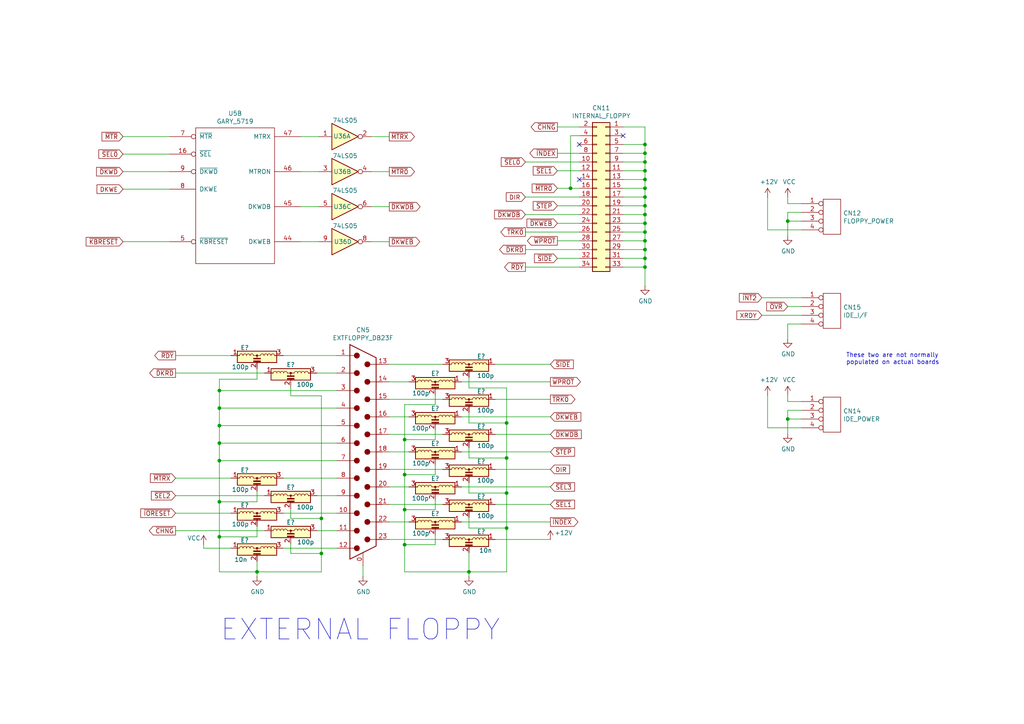
<source format=kicad_sch>
(kicad_sch (version 20250114) (generator "eeschema") (generator_version "9.0")
  (paper "A4")
  (title_block (title "Rämixx500") (date "2019-06-23") (rev "1") (company "SukkoPera") (comment 1 "FLOPPY STUFF") (comment 4 "Licensed under CC BY-NC-SA 4.0"))
  (lib_symbols
    (symbol "74xx:74LS05" (pin_names (offset 1.016))
      (property "Reference" "U" (at 0 1.27 0))
      (property "Value" "74LS05" (at 0 -1.27 0))
      (symbol "74LS05_1_0"
        (pin input line (at -7.62 0 0) (length 3.81) (name "~") (number "1"))
        (pin open_collector inverted (at 7.62 0 180) (length 3.81) (name "~") (number "2"))
      )
      (symbol "74LS05_2_0"
        (pin input line (at -7.62 0 0) (length 3.81) (name "~") (number "3"))
        (pin open_collector inverted (at 7.62 0 180) (length 3.81) (name "~") (number "4"))
      )
      (symbol "74LS05_3_0"
        (pin input line (at -7.62 0 0) (length 3.81) (name "~") (number "5"))
        (pin open_collector inverted (at 7.62 0 180) (length 3.81) (name "~") (number "6"))
      )
      (symbol "74LS05_4_0"
        (pin input line (at -7.62 0 0) (length 3.81) (name "~") (number "9"))
        (pin open_collector inverted (at 7.62 0 180) (length 3.81) (name "~") (number "8"))
      )
      (symbol "74LS05_5_0"
        (pin input line (at -7.62 0 0) (length 3.81) (name "~") (number "11"))
        (pin open_collector inverted (at 7.62 0 180) (length 3.81) (name "~") (number "10"))
      )
      (symbol "74LS05_6_0"
        (pin input line (at -7.62 0 0) (length 3.81) (name "~") (number "13"))
        (pin open_collector inverted (at 7.62 0 180) (length 3.81) (name "~") (number "12"))
      )
      (symbol "74LS05_7_0"
        (pin power_in line (at 0 12.7 270) (length 5.08) (name "VCC") (number "14"))
        (pin power_in line (at 0 -12.7 90) (length 5.08) (name "GND") (number "7"))
      )
    )
    (symbol "Connector_Generic:Conn_02x17_Odd_Even" (pin_names (offset 1.016) (hide yes))
      (property "Reference" "J" (at 1.27 22.86 0))
      (property "Value" "Conn_02x17_Odd_Even" (at 1.27 -22.86 0))
      (symbol "Conn_02x17_Odd_Even_1_1"
        (pin passive line (at -5.08 20.32 0) (length 3.81) (name "Pin_1") (number "1"))
        (pin passive line (at -5.08 17.78 0) (length 3.81) (name "Pin_3") (number "3"))
        (pin passive line (at -5.08 15.24 0) (length 3.81) (name "Pin_5") (number "5"))
        (pin passive line (at -5.08 12.7 0) (length 3.81) (name "Pin_7") (number "7"))
        (pin passive line (at -5.08 10.16 0) (length 3.81) (name "Pin_9") (number "9"))
        (pin passive line (at -5.08 7.62 0) (length 3.81) (name "Pin_11") (number "11"))
        (pin passive line (at -5.08 5.08 0) (length 3.81) (name "Pin_13") (number "13"))
        (pin passive line (at -5.08 2.54 0) (length 3.81) (name "Pin_15") (number "15"))
        (pin passive line (at -5.08 0 0) (length 3.81) (name "Pin_17") (number "17"))
        (pin passive line (at -5.08 -2.54 0) (length 3.81) (name "Pin_19") (number "19"))
        (pin passive line (at -5.08 -5.08 0) (length 3.81) (name "Pin_21") (number "21"))
        (pin passive line (at -5.08 -7.62 0) (length 3.81) (name "Pin_23") (number "23"))
        (pin passive line (at -5.08 -10.16 0) (length 3.81) (name "Pin_25") (number "25"))
        (pin passive line (at -5.08 -12.7 0) (length 3.81) (name "Pin_27") (number "27"))
        (pin passive line (at -5.08 -15.24 0) (length 3.81) (name "Pin_29") (number "29"))
        (pin passive line (at -5.08 -17.78 0) (length 3.81) (name "Pin_31") (number "31"))
        (pin passive line (at -5.08 -20.32 0) (length 3.81) (name "Pin_33") (number "33"))
        (pin passive line (at 7.62 20.32 180) (length 3.81) (name "Pin_2") (number "2"))
        (pin passive line (at 7.62 17.78 180) (length 3.81) (name "Pin_4") (number "4"))
        (pin passive line (at 7.62 15.24 180) (length 3.81) (name "Pin_6") (number "6"))
        (pin passive line (at 7.62 12.7 180) (length 3.81) (name "Pin_8") (number "8"))
        (pin passive line (at 7.62 10.16 180) (length 3.81) (name "Pin_10") (number "10"))
        (pin passive line (at 7.62 7.62 180) (length 3.81) (name "Pin_12") (number "12"))
        (pin passive line (at 7.62 5.08 180) (length 3.81) (name "Pin_14") (number "14"))
        (pin passive line (at 7.62 2.54 180) (length 3.81) (name "Pin_16") (number "16"))
        (pin passive line (at 7.62 0 180) (length 3.81) (name "Pin_18") (number "18"))
        (pin passive line (at 7.62 -2.54 180) (length 3.81) (name "Pin_20") (number "20"))
        (pin passive line (at 7.62 -5.08 180) (length 3.81) (name "Pin_22") (number "22"))
        (pin passive line (at 7.62 -7.62 180) (length 3.81) (name "Pin_24") (number "24"))
        (pin passive line (at 7.62 -10.16 180) (length 3.81) (name "Pin_26") (number "26"))
        (pin passive line (at 7.62 -12.7 180) (length 3.81) (name "Pin_28") (number "28"))
        (pin passive line (at 7.62 -15.24 180) (length 3.81) (name "Pin_30") (number "30"))
        (pin passive line (at 7.62 -17.78 180) (length 3.81) (name "Pin_32") (number "32"))
        (pin passive line (at 7.62 -20.32 180) (length 3.81) (name "Pin_34") (number "34"))
      )
    )
    (symbol "GARY:GARY_5719" (pin_names (offset 1.016))
      (property "Reference" "U" (at 0 0 0))
      (property "Value" "GARY_5719" (at 0 2.54 0))
      (symbol "GARY_5719_1_1"
        (pin output inverted (at -33.02 35.56 0) (length 7.62) (name "~{OEB}") (number "4"))
        (pin output inverted (at -33.02 33.02 0) (length 7.62) (name "~{OEL}") (number "3"))
        (pin output inverted (at -33.02 30.48 0) (length 7.62) (name "~{LATCH}") (number "25"))
        (pin input line (at -33.02 24.13 0) (length 7.62) (name "A23") (number "39"))
        (pin input line (at -33.02 21.59 0) (length 7.62) (name "A22") (number "38"))
        (pin input line (at -33.02 19.05 0) (length 7.62) (name "A21") (number "37"))
        (pin input line (at -33.02 16.51 0) (length 7.62) (name "A20") (number "36"))
        (pin input line (at -33.02 13.97 0) (length 7.62) (name "A19") (number "35"))
        (pin input line (at -33.02 11.43 0) (length 7.62) (name "A18") (number "34"))
        (pin input line (at -33.02 8.89 0) (length 7.62) (name "A17") (number "33"))
        (pin input inverted (at -33.02 2.54 0) (length 7.62) (name "~{VPA}") (number "2"))
        (pin input inverted (at -33.02 -3.81 0) (length 7.62) (name "~{LDS}") (number "10"))
        (pin input inverted (at -33.02 -6.35 0) (length 7.62) (name "~{UDS}") (number "11"))
        (pin input line (at -33.02 -8.89 0) (length 7.62) (name "R/~{W}") (number "12"))
        (pin input inverted (at -33.02 -11.43 0) (length 7.62) (name "~{AS}") (number "13"))
        (pin input inverted (at -33.02 -19.05 0) (length 7.62) (name "~{DTACK}") (number "43"))
        (pin input line (at -33.02 -25.4 0) (length 7.62) (name "~{BGACK}") (number "14"))
        (pin input inverted (at -33.02 -33.02 0) (length 7.62) (name "~{HLT}") (number "42"))
        (pin input inverted (at -33.02 -35.56 0) (length 7.62) (name "~{RST}") (number "41"))
        (pin output inverted (at -15.24 -45.72 90) (length 7.62) (name "~{RAMEN}") (number "20"))
        (pin output inverted (at -12.7 -45.72 90) (length 7.62) (name "~{REGEN}") (number "18"))
        (pin output inverted (at -5.08 -45.72 90) (length 7.62) (name "~{BLISS}") (number "19"))
        (pin input line (at -2.54 -45.72 90) (length 7.62) (name "~{BLIT}") (number "15"))
        (pin input line (at 5.08 -45.72 90) (length 7.62) (name "CCK") (number "28"))
        (pin input line (at 10.16 -45.72 90) (length 7.62) (name "CCKQ") (number "27"))
        (pin input inverted (at 15.24 -45.72 90) (length 7.62) (name "~{CDAC}") (number "26"))
        (pin input inverted (at 33.02 27.94 180) (length 7.62) (name "~{EXRAM}") (number "32"))
        (pin input line (at 33.02 19.05 180) (length 7.62) (name "OVL") (number "30"))
        (pin input inverted (at 33.02 8.89 180) (length 7.62) (name "~{OVR}") (number "29"))
        (pin input line (at 33.02 2.54 180) (length 7.62) (name "XRDY") (number "31"))
        (pin output inverted (at 33.02 -8.89 180) (length 7.62) (name "~{ROMEN}") (number "21"))
        (pin output inverted (at 33.02 -21.59 180) (length 7.62) (name "~{CLKRD}") (number "22"))
        (pin output inverted (at 33.02 -25.4 180) (length 7.62) (name "~{CLKWR}") (number "23"))
      )
      (symbol "GARY_5719_2_1"
        (pin input inverted (at -19.05 7.62 0) (length 7.62) (name "~{MTR}") (number "7"))
        (pin input inverted (at -19.05 2.54 0) (length 7.62) (name "~{SEL}") (number "16"))
        (pin input inverted (at -19.05 -2.54 0) (length 7.62) (name "~{DKWD}") (number "9"))
        (pin input line (at -19.05 -7.62 0) (length 7.62) (name "DKWE") (number "8"))
        (pin input inverted (at -19.05 -22.86 0) (length 7.62) (name "~{KBRESET}") (number "5"))
        (pin output line (at 19.05 7.62 180) (length 7.62) (name "MTRX") (number "47"))
        (pin output line (at 19.05 -2.54 180) (length 7.62) (name "MTRON") (number "46"))
        (pin output line (at 19.05 -12.7 180) (length 7.62) (name "DKWDB") (number "45"))
        (pin output line (at 19.05 -22.86 180) (length 7.62) (name "DKWEB") (number "44"))
      )
      (symbol "GARY_5719_3_1"
        (pin power_in line (at -3.81 11.43 270) (length 5.08) (name "VCC") (number "6"))
        (pin power_in line (at -3.81 -10.16 90) (length 5.08) (name "GND") (number "1"))
        (pin power_in line (at 0 11.43 270) (length 5.08) (name "VCC") (number "17"))
        (pin power_in line (at 0 -10.16 90) (length 5.08) (name "GND") (number "24"))
        (pin power_in line (at 3.81 11.43 270) (length 5.08) (name "VCC") (number "48"))
        (pin power_in line (at 3.81 -10.16 90) (length 5.08) (name "GND") (number "40"))
      )
    )
    (symbol "conn:CONN_4" (pin_names (offset 1.016) (hide yes))
      (property "Reference" "P" (at -1.27 0 90))
      (property "Value" "conn_CONN_4" (at 1.27 0 90))
      (symbol "CONN_4_1_1"
        (pin passive inverted (at -8.89 3.81 0) (length 6.35) (name "P1") (number "1"))
        (pin passive inverted (at -8.89 1.27 0) (length 6.35) (name "P2") (number "2"))
        (pin passive inverted (at -8.89 -1.27 0) (length 6.35) (name "P3") (number "3"))
        (pin passive inverted (at -8.89 -3.81 0) (length 6.35) (name "P4") (number "4"))
      )
    )
    (symbol "db23_mountingholes_2sides:DB23_MountingHoles_2sides" (pin_names (offset 1.016) (hide yes))
      (property "Reference" "J" (at 0 40.64 0))
      (property "Value" "DB23_MountingHoles_2sides" (at 0 38.1 0))
      (symbol "DB23_MountingHoles_2sides_1_1"
        (pin passive line (at -7.62 25.4 0) (length 3.81) (name "12") (number "12"))
        (pin passive line (at -7.62 20.32 0) (length 3.81) (name "11") (number "11"))
        (pin passive line (at -7.62 15.24 0) (length 3.81) (name "10") (number "10"))
        (pin passive line (at -7.62 10.16 0) (length 3.81) (name "9") (number "9"))
        (pin passive line (at -7.62 5.08 0) (length 3.81) (name "8") (number "8"))
        (pin passive line (at -7.62 0 0) (length 3.81) (name "7") (number "7"))
        (pin passive line (at -7.62 -5.08 0) (length 3.81) (name "6") (number "6"))
        (pin passive line (at -7.62 -10.16 0) (length 3.81) (name "5") (number "5"))
        (pin passive line (at -7.62 -15.24 0) (length 3.81) (name "4") (number "4"))
        (pin passive line (at -7.62 -20.32 0) (length 3.81) (name "3") (number "3"))
        (pin passive line (at -7.62 -25.4 0) (length 3.81) (name "2") (number "2"))
        (pin passive line (at -7.62 -30.48 0) (length 3.81) (name "1") (number "1"))
        (pin passive line (at 0 30.48 270) (length 3.81) (name "PAD") (number "0"))
        (pin passive line (at 7.62 22.86 180) (length 3.81) (name "P23") (number "23"))
        (pin passive line (at 7.62 17.78 180) (length 3.81) (name "P22") (number "22"))
        (pin passive line (at 7.62 12.7 180) (length 3.81) (name "P21") (number "21"))
        (pin passive line (at 7.62 7.62 180) (length 3.81) (name "P20") (number "20"))
        (pin passive line (at 7.62 2.54 180) (length 3.81) (name "P19") (number "19"))
        (pin passive line (at 7.62 -2.54 180) (length 3.81) (name "P18") (number "18"))
        (pin passive line (at 7.62 -7.62 180) (length 3.81) (name "P17") (number "17"))
        (pin passive line (at 7.62 -12.7 180) (length 3.81) (name "P16") (number "16"))
        (pin passive line (at 7.62 -17.78 180) (length 3.81) (name "P15") (number "15"))
        (pin passive line (at 7.62 -22.86 180) (length 3.81) (name "P14") (number "14"))
        (pin passive line (at 7.62 -27.94 180) (length 3.81) (name "P13") (number "13"))
      )
    )
    (symbol "emi_filter_lcl_small:EMI_Filter_LCL" (pin_names (offset 0.254) (hide yes))
      (property "Reference" "FL" (at 0 6.985 0))
      (property "Value" "EMI_Filter_LCL" (at 0 5.08 0))
      (symbol "EMI_Filter_LCL_1_1"
        (pin passive line (at -7.62 2.54 0) (length 2.54) (name "1") (number "1"))
        (pin passive line (at 0 -1.27 90) (length 1.8034) (name "2") (number "2"))
        (pin passive line (at 7.62 2.54 180) (length 2.54) (name "3") (number "3"))
      )
    )
    (symbol "power:+12V" (power) (pin_numbers (hide yes)) (pin_names (offset 0) (hide yes))
      (property "Value" "+12V" (at 0 3.556 0))
      (symbol "+12V_1_1"
        (pin power_in line (at 0 0 90) (length 0) (name "~") (number "1"))
      )
    )
    (symbol "power:GND" (power) (pin_numbers (hide yes)) (pin_names (offset 0) (hide yes))
      (property "Value" "GND" (at 0 -3.81 0))
      (symbol "GND_1_1"
        (pin power_in line (at 0 0 270) (length 0) (name "~") (number "1"))
      )
    )
    (symbol "power:VCC" (power) (pin_numbers (hide yes)) (pin_names (offset 0) (hide yes))
      (property "Value" "VCC" (at 0 3.556 0))
      (symbol "VCC_1_1"
        (pin power_in line (at 0 0 90) (length 0) (name "~") (number "1"))
      )
    )
  )
  (text "These two are not normally\npopulated on actual boards" (at 245.364 105.918 0) (effects (font (size 1.27 1.27)) (justify left bottom)))
  (text "EXTERNAL FLOPPY" (at 63.754 186.309 0) (effects (font (size 5.9944 5.9944)) (justify left bottom)))
  (junction (at 63.627 128.524))
  (junction (at 187.071 44.45))
  (junction (at 63.627 123.444))
  (junction (at 146.939 132.842))
  (junction (at 187.071 67.31))
  (junction (at 187.071 59.69))
  (junction (at 228.473 64.135))
  (junction (at 63.627 145.542))
  (junction (at 187.071 52.07))
  (junction (at 63.627 155.702))
  (junction (at 187.071 72.39))
  (junction (at 187.071 57.15))
  (junction (at 136.017 165.862))
  (junction (at 63.627 133.604))
  (junction (at 187.071 69.85))
  (junction (at 187.071 49.53))
  (junction (at 146.939 153.162))
  (junction (at 146.939 122.682))
  (junction (at 165.481 54.61))
  (junction (at 63.627 113.284))
  (junction (at 117.348 147.828))
  (junction (at 146.939 143.002))
  (junction (at 187.071 77.47))
  (junction (at 74.549 165.862))
  (junction (at 63.627 118.364))
  (junction (at 187.071 62.23))
  (junction (at 117.348 127.508))
  (junction (at 93.218 160.528))
  (junction (at 117.348 157.988))
  (junction (at 228.473 121.539))
  (junction (at 187.071 54.61))
  (junction (at 187.071 74.93))
  (junction (at 93.218 150.368))
  (junction (at 187.071 46.99))
  (junction (at 117.348 137.668))
  (junction (at 187.071 64.77))
  (junction (at 187.071 41.91))
  (no_connect (at 180.721 39.37))
  (no_connect (at 168.021 41.91))
  (no_connect (at 168.021 52.07))
  (wire (pts (xy 126.238 145.034) (xy 126.238 147.828)))
  (wire (pts (xy 93.218 160.528) (xy 93.218 165.862)))
  (wire (pts (xy 112.903 49.784) (xy 107.696 49.784)))
  (wire (pts (xy 117.348 127.508) (xy 117.348 137.668)))
  (wire (pts (xy 112.903 110.744) (xy 118.618 110.744)))
  (wire (pts (xy 63.627 123.444) (xy 63.627 128.524)))
  (wire (pts (xy 84.328 112.014) (xy 84.328 114.808)))
  (wire (pts (xy 187.071 77.47) (xy 187.071 82.931)))
  (wire (pts (xy 97.663 133.604) (xy 63.627 133.604)))
  (wire (pts (xy 136.017 165.862) (xy 136.017 167.259)))
  (wire (pts (xy 84.328 150.368) (xy 93.218 150.368)))
  (wire (pts (xy 232.41 88.9) (xy 228.473 88.9)))
  (wire (pts (xy 91.948 143.764) (xy 97.663 143.764)))
  (wire (pts (xy 84.328 157.734) (xy 84.328 160.528)))
  (wire (pts (xy 63.627 109.982) (xy 63.627 113.284)))
  (wire (pts (xy 168.021 59.69) (xy 161.671 59.69)))
  (wire (pts (xy 112.903 70.104) (xy 107.696 70.104)))
  (wire (pts (xy 74.549 165.862) (xy 74.549 167.259)))
  (wire (pts (xy 180.721 59.69) (xy 187.071 59.69)))
  (wire (pts (xy 159.639 110.744) (xy 133.858 110.744)))
  (wire (pts (xy 168.021 54.61) (xy 165.481 54.61)))
  (wire (pts (xy 112.903 131.064) (xy 118.618 131.064)))
  (wire (pts (xy 84.328 114.808) (xy 93.218 114.808)))
  (wire (pts (xy 165.481 39.37) (xy 165.481 54.61)))
  (wire (pts (xy 117.348 157.988) (xy 117.348 165.862)))
  (wire (pts (xy 222.631 114.554) (xy 222.631 124.079)))
  (wire (pts (xy 168.021 57.15) (xy 152.4 57.15)))
  (wire (pts (xy 168.021 44.45) (xy 161.671 44.45)))
  (wire (pts (xy 180.721 64.77) (xy 187.071 64.77)))
  (wire (pts (xy 168.021 74.93) (xy 161.671 74.93)))
  (wire (pts (xy 168.021 72.39) (xy 152.4 72.39)))
  (wire (pts (xy 168.021 77.47) (xy 152.4 77.47)))
  (wire (pts (xy 112.903 146.304) (xy 128.397 146.304)))
  (wire (pts (xy 136.017 139.954) (xy 136.017 143.002)))
  (wire (pts (xy 74.549 155.702) (xy 63.627 155.702)))
  (wire (pts (xy 97.663 103.124) (xy 82.169 103.124)))
  (wire (pts (xy 112.903 156.464) (xy 128.397 156.464)))
  (wire (pts (xy 63.627 118.364) (xy 63.627 123.444)))
  (wire (pts (xy 228.473 57.15) (xy 228.473 59.055)))
  (wire (pts (xy 136.017 129.794) (xy 136.017 132.842)))
  (wire (pts (xy 228.473 68.453) (xy 228.473 64.135)))
  (wire (pts (xy 126.238 157.988) (xy 117.348 157.988)))
  (wire (pts (xy 97.663 159.004) (xy 82.169 159.004)))
  (wire (pts (xy 63.627 113.284) (xy 63.627 118.364)))
  (wire (pts (xy 222.631 66.675) (xy 232.41 66.675)))
  (wire (pts (xy 180.721 69.85) (xy 187.071 69.85)))
  (wire (pts (xy 74.549 162.814) (xy 74.549 165.862)))
  (wire (pts (xy 146.939 122.682) (xy 146.939 132.842)))
  (wire (pts (xy 136.017 109.474) (xy 136.017 112.522)))
  (wire (pts (xy 91.948 108.204) (xy 97.663 108.204)))
  (wire (pts (xy 97.663 118.364) (xy 63.627 118.364)))
  (wire (pts (xy 136.017 122.682) (xy 146.939 122.682)))
  (wire (pts (xy 180.721 46.99) (xy 187.071 46.99)))
  (wire (pts (xy 159.639 151.384) (xy 133.858 151.384)))
  (wire (pts (xy 228.473 61.595) (xy 232.41 61.595)))
  (wire (pts (xy 105.283 164.084) (xy 105.283 167.259)))
  (wire (pts (xy 180.721 77.47) (xy 187.071 77.47)))
  (wire (pts (xy 92.456 39.624) (xy 87.249 39.624)))
  (wire (pts (xy 97.663 113.284) (xy 63.627 113.284)))
  (wire (pts (xy 66.929 103.124) (xy 50.927 103.124)))
  (wire (pts (xy 136.017 132.842) (xy 146.939 132.842)))
  (wire (pts (xy 187.071 49.53) (xy 187.071 52.07)))
  (wire (pts (xy 228.473 114.554) (xy 228.473 116.459)))
  (wire (pts (xy 49.149 44.704) (xy 35.687 44.704)))
  (wire (pts (xy 222.631 57.15) (xy 222.631 66.675)))
  (wire (pts (xy 126.238 124.714) (xy 126.238 127.508)))
  (wire (pts (xy 117.348 137.668) (xy 117.348 147.828)))
  (wire (pts (xy 180.721 49.53) (xy 187.071 49.53)))
  (wire (pts (xy 97.663 148.844) (xy 82.169 148.844)))
  (wire (pts (xy 74.549 145.542) (xy 63.627 145.542)))
  (wire (pts (xy 228.473 116.459) (xy 232.41 116.459)))
  (wire (pts (xy 180.721 62.23) (xy 187.071 62.23)))
  (wire (pts (xy 232.41 64.135) (xy 228.473 64.135)))
  (wire (pts (xy 49.149 54.864) (xy 35.687 54.864)))
  (wire (pts (xy 136.017 112.522) (xy 146.939 112.522)))
  (wire (pts (xy 159.639 141.224) (xy 133.858 141.224)))
  (wire (pts (xy 165.481 54.61) (xy 161.671 54.61)))
  (wire (pts (xy 97.663 123.444) (xy 63.627 123.444)))
  (wire (pts (xy 159.639 131.064) (xy 133.858 131.064)))
  (wire (pts (xy 74.549 106.934) (xy 74.549 109.982)))
  (wire (pts (xy 126.238 147.828) (xy 117.348 147.828)))
  (wire (pts (xy 66.929 138.684) (xy 50.927 138.684)))
  (wire (pts (xy 232.41 91.44) (xy 220.98 91.44)))
  (wire (pts (xy 187.071 59.69) (xy 187.071 62.23)))
  (wire (pts (xy 187.071 41.91) (xy 187.071 44.45)))
  (wire (pts (xy 187.071 74.93) (xy 187.071 77.47)))
  (wire (pts (xy 59.055 157.861) (xy 59.055 159.004)))
  (wire (pts (xy 84.328 160.528) (xy 93.218 160.528)))
  (wire (pts (xy 168.021 64.77) (xy 161.671 64.77)))
  (wire (pts (xy 146.939 143.002) (xy 146.939 153.162)))
  (wire (pts (xy 180.721 44.45) (xy 187.071 44.45)))
  (wire (pts (xy 187.071 44.45) (xy 187.071 46.99)))
  (wire (pts (xy 50.927 153.924) (xy 76.708 153.924)))
  (wire (pts (xy 159.639 120.904) (xy 133.858 120.904)))
  (wire (pts (xy 136.017 150.114) (xy 136.017 153.162)))
  (wire (pts (xy 143.637 146.304) (xy 159.639 146.304)))
  (wire (pts (xy 136.017 119.634) (xy 136.017 122.682)))
  (wire (pts (xy 91.948 153.924) (xy 97.663 153.924)))
  (wire (pts (xy 180.721 52.07) (xy 187.071 52.07)))
  (wire (pts (xy 143.637 156.464) (xy 159.639 156.464)))
  (wire (pts (xy 187.071 64.77) (xy 187.071 67.31)))
  (wire (pts (xy 143.637 136.144) (xy 159.639 136.144)))
  (wire (pts (xy 232.41 121.539) (xy 228.473 121.539)))
  (wire (pts (xy 112.903 105.664) (xy 128.397 105.664)))
  (wire (pts (xy 126.238 137.668) (xy 117.348 137.668)))
  (wire (pts (xy 126.238 155.194) (xy 126.238 157.988)))
  (wire (pts (xy 187.071 36.83) (xy 187.071 41.91)))
  (wire (pts (xy 168.021 69.85) (xy 161.671 69.85)))
  (wire (pts (xy 112.903 125.984) (xy 128.397 125.984)))
  (wire (pts (xy 74.549 165.862) (xy 63.627 165.862)))
  (wire (pts (xy 143.637 105.664) (xy 159.639 105.664)))
  (wire (pts (xy 112.903 151.384) (xy 118.618 151.384)))
  (wire (pts (xy 187.071 67.31) (xy 187.071 69.85)))
  (wire (pts (xy 112.903 115.824) (xy 128.397 115.824)))
  (wire (pts (xy 232.41 86.36) (xy 220.98 86.36)))
  (wire (pts (xy 126.238 114.554) (xy 126.238 117.348)))
  (wire (pts (xy 126.238 134.874) (xy 126.238 137.668)))
  (wire (pts (xy 180.721 67.31) (xy 187.071 67.31)))
  (wire (pts (xy 97.663 138.684) (xy 82.169 138.684)))
  (wire (pts (xy 187.071 69.85) (xy 187.071 72.39)))
  (wire (pts (xy 180.721 41.91) (xy 187.071 41.91)))
  (wire (pts (xy 228.473 121.539) (xy 228.473 118.999)))
  (wire (pts (xy 63.627 128.524) (xy 63.627 133.604)))
  (wire (pts (xy 187.071 54.61) (xy 187.071 57.15)))
  (wire (pts (xy 143.637 115.824) (xy 159.639 115.824)))
  (wire (pts (xy 112.903 39.624) (xy 107.696 39.624)))
  (wire (pts (xy 59.055 159.004) (xy 66.929 159.004)))
  (wire (pts (xy 187.071 57.15) (xy 187.071 59.69)))
  (wire (pts (xy 74.549 142.494) (xy 74.549 145.542)))
  (wire (pts (xy 66.929 148.844) (xy 50.927 148.844)))
  (wire (pts (xy 180.721 72.39) (xy 187.071 72.39)))
  (wire (pts (xy 136.017 143.002) (xy 146.939 143.002)))
  (wire (pts (xy 117.348 117.348) (xy 117.348 127.508)))
  (wire (pts (xy 136.017 165.862) (xy 136.017 160.274)))
  (wire (pts (xy 126.238 127.508) (xy 117.348 127.508)))
  (wire (pts (xy 187.071 46.99) (xy 187.071 49.53)))
  (wire (pts (xy 92.456 49.784) (xy 87.249 49.784)))
  (wire (pts (xy 92.456 59.944) (xy 87.249 59.944)))
  (wire (pts (xy 50.927 143.764) (xy 76.708 143.764)))
  (wire (pts (xy 161.671 36.83) (xy 168.021 36.83)))
  (wire (pts (xy 63.627 145.542) (xy 63.627 155.702)))
  (wire (pts (xy 143.637 125.984) (xy 159.639 125.984)))
  (wire (pts (xy 93.218 165.862) (xy 74.549 165.862)))
  (wire (pts (xy 50.927 108.204) (xy 76.708 108.204)))
  (wire (pts (xy 168.021 67.31) (xy 152.4 67.31)))
  (wire (pts (xy 146.939 112.522) (xy 146.939 122.682)))
  (wire (pts (xy 92.456 70.104) (xy 87.249 70.104)))
  (wire (pts (xy 187.071 52.07) (xy 187.071 54.61)))
  (wire (pts (xy 112.903 59.944) (xy 107.696 59.944)))
  (wire (pts (xy 180.721 36.83) (xy 187.071 36.83)))
  (wire (pts (xy 117.348 147.828) (xy 117.348 157.988)))
  (wire (pts (xy 126.238 117.348) (xy 117.348 117.348)))
  (wire (pts (xy 93.218 114.808) (xy 93.218 150.368)))
  (wire (pts (xy 112.903 136.144) (xy 128.397 136.144)))
  (wire (pts (xy 228.473 64.135) (xy 228.473 61.595)))
  (wire (pts (xy 49.149 49.784) (xy 35.687 49.784)))
  (wire (pts (xy 84.328 147.574) (xy 84.328 150.368)))
  (wire (pts (xy 136.017 153.162) (xy 146.939 153.162)))
  (wire (pts (xy 228.473 98.298) (xy 228.473 93.98)))
  (wire (pts (xy 228.473 118.999) (xy 232.41 118.999)))
  (wire (pts (xy 180.721 74.93) (xy 187.071 74.93)))
  (wire (pts (xy 168.021 49.53) (xy 161.671 49.53)))
  (wire (pts (xy 180.721 57.15) (xy 187.071 57.15)))
  (wire (pts (xy 222.631 124.079) (xy 232.41 124.079)))
  (wire (pts (xy 228.473 59.055) (xy 232.41 59.055)))
  (wire (pts (xy 168.021 46.99) (xy 152.4 46.99)))
  (wire (pts (xy 228.473 125.857) (xy 228.473 121.539)))
  (wire (pts (xy 232.41 93.98) (xy 228.473 93.98)))
  (wire (pts (xy 180.721 54.61) (xy 187.071 54.61)))
  (wire (pts (xy 187.071 62.23) (xy 187.071 64.77)))
  (wire (pts (xy 49.149 39.624) (xy 35.687 39.624)))
  (wire (pts (xy 112.903 120.904) (xy 118.618 120.904)))
  (wire (pts (xy 117.348 165.862) (xy 136.017 165.862)))
  (wire (pts (xy 168.021 62.23) (xy 152.4 62.23)))
  (wire (pts (xy 112.903 141.224) (xy 118.618 141.224)))
  (wire (pts (xy 93.218 150.368) (xy 93.218 160.528)))
  (wire (pts (xy 146.939 132.842) (xy 146.939 143.002)))
  (wire (pts (xy 63.627 155.702) (xy 63.627 165.862)))
  (wire (pts (xy 187.071 72.39) (xy 187.071 74.93)))
  (wire (pts (xy 146.939 165.862) (xy 136.017 165.862)))
  (wire (pts (xy 146.939 153.162) (xy 146.939 165.862)))
  (wire (pts (xy 74.549 152.654) (xy 74.549 155.702)))
  (wire (pts (xy 74.549 109.982) (xy 63.627 109.982)))
  (wire (pts (xy 97.663 128.524) (xy 63.627 128.524)))
  (wire (pts (xy 49.149 70.104) (xy 35.687 70.104)))
  (wire (pts (xy 168.021 39.37) (xy 165.481 39.37)))
  (wire (pts (xy 63.627 133.604) (xy 63.627 145.542)))
  (global_label "~{CHNG}" (shape output) (at 161.671 36.83 180) (property "Intersheetrefs" "${INTERSHEET_REFS}" (effects (hide yes))))
  (global_label "~{MTR}" (shape input) (at 35.687 39.624 180) (property "Intersheetrefs" "${INTERSHEET_REFS}" (effects (hide yes))))
  (global_label "~{MTR0}" (shape input) (at 161.671 54.61 180) (property "Intersheetrefs" "${INTERSHEET_REFS}" (effects (hide yes))))
  (global_label "~{TRK0}" (shape output) (at 159.639 115.824 0) (property "Intersheetrefs" "${INTERSHEET_REFS}" (effects (hide yes))))
  (global_label "~{OVR}" (shape input) (at 228.473 88.9 180) (property "Intersheetrefs" "${INTERSHEET_REFS}" (effects (hide yes))))
  (global_label "~{INDEX}" (shape output) (at 161.671 44.45 180) (property "Intersheetrefs" "${INTERSHEET_REFS}" (effects (hide yes))))
  (global_label "~{STEP}" (shape input) (at 159.639 131.064 0) (property "Intersheetrefs" "${INTERSHEET_REFS}" (effects (hide yes))))
  (global_label "~{SEL0}" (shape input) (at 35.687 44.704 180) (property "Intersheetrefs" "${INTERSHEET_REFS}" (effects (hide yes))))
  (global_label "~{SEL2}" (shape input) (at 50.927 143.764 180) (property "Intersheetrefs" "${INTERSHEET_REFS}" (effects (hide yes))))
  (global_label "~{DKWDB}" (shape input) (at 152.4 62.23 180) (property "Intersheetrefs" "${INTERSHEET_REFS}" (effects (hide yes))))
  (global_label "~{RDY}" (shape output) (at 50.927 103.124 180) (property "Intersheetrefs" "${INTERSHEET_REFS}" (effects (hide yes))))
  (global_label "~{SEL3}" (shape input) (at 159.639 141.224 0) (property "Intersheetrefs" "${INTERSHEET_REFS}" (effects (hide yes))))
  (global_label "~{SIDE}" (shape input) (at 159.639 105.664 0) (property "Intersheetrefs" "${INTERSHEET_REFS}" (effects (hide yes))))
  (global_label "DIR" (shape input) (at 159.639 136.144 0) (property "Intersheetrefs" "${INTERSHEET_REFS}" (effects (hide yes))))
  (global_label "~{MTRX}" (shape output) (at 112.903 39.624 0) (property "Intersheetrefs" "${INTERSHEET_REFS}" (effects (hide yes))))
  (global_label "DIR" (shape input) (at 152.4 57.15 180) (property "Intersheetrefs" "${INTERSHEET_REFS}" (effects (hide yes))))
  (global_label "~{SEL1}" (shape input) (at 159.639 146.304 0) (property "Intersheetrefs" "${INTERSHEET_REFS}" (effects (hide yes))))
  (global_label "~{DKRD}" (shape output) (at 152.4 72.39 180) (property "Intersheetrefs" "${INTERSHEET_REFS}" (effects (hide yes))))
  (global_label "DKWE" (shape input) (at 35.687 54.864 180) (property "Intersheetrefs" "${INTERSHEET_REFS}" (effects (hide yes))))
  (global_label "XRDY" (shape input) (at 220.98 91.44 180) (property "Intersheetrefs" "${INTERSHEET_REFS}" (effects (hide yes))))
  (global_label "~{DKWEB}" (shape input) (at 159.639 120.904 0) (property "Intersheetrefs" "${INTERSHEET_REFS}" (effects (hide yes))))
  (global_label "~{MTRX}" (shape input) (at 50.927 138.684 180) (property "Intersheetrefs" "${INTERSHEET_REFS}" (effects (hide yes))))
  (global_label "~{IORESET}" (shape input) (at 50.927 148.844 180) (property "Intersheetrefs" "${INTERSHEET_REFS}" (effects (hide yes))))
  (global_label "~{INDEX}" (shape output) (at 159.639 151.384 0) (property "Intersheetrefs" "${INTERSHEET_REFS}" (effects (hide yes))))
  (global_label "~{CHNG}" (shape output) (at 50.927 153.924 180) (property "Intersheetrefs" "${INTERSHEET_REFS}" (effects (hide yes))))
  (global_label "~{TRK0}" (shape output) (at 152.4 67.31 180) (property "Intersheetrefs" "${INTERSHEET_REFS}" (effects (hide yes))))
  (global_label "~{SIDE}" (shape input) (at 161.671 74.93 180) (property "Intersheetrefs" "${INTERSHEET_REFS}" (effects (hide yes))))
  (global_label "~{WPROT}" (shape output) (at 161.671 69.85 180) (property "Intersheetrefs" "${INTERSHEET_REFS}" (effects (hide yes))))
  (global_label "~{DKWDB}" (shape output) (at 112.903 59.944 0) (property "Intersheetrefs" "${INTERSHEET_REFS}" (effects (hide yes))))
  (global_label "~{SEL0}" (shape input) (at 152.4 46.99 180) (property "Intersheetrefs" "${INTERSHEET_REFS}" (effects (hide yes))))
  (global_label "~{RDY}" (shape output) (at 152.4 77.47 180) (property "Intersheetrefs" "${INTERSHEET_REFS}" (effects (hide yes))))
  (global_label "~{KBRESET}" (shape input) (at 35.687 70.104 180) (property "Intersheetrefs" "${INTERSHEET_REFS}" (effects (hide yes))))
  (global_label "~{WPROT}" (shape output) (at 159.639 110.744 0) (property "Intersheetrefs" "${INTERSHEET_REFS}" (effects (hide yes))))
  (global_label "~{DKWD}" (shape input) (at 35.687 49.784 180) (property "Intersheetrefs" "${INTERSHEET_REFS}" (effects (hide yes))))
  (global_label "~{INT2}" (shape input) (at 220.98 86.36 180) (property "Intersheetrefs" "${INTERSHEET_REFS}" (effects (hide yes))))
  (global_label "~{DKRD}" (shape output) (at 50.927 108.204 180) (property "Intersheetrefs" "${INTERSHEET_REFS}" (effects (hide yes))))
  (global_label "~{STEP}" (shape input) (at 161.671 59.69 180) (property "Intersheetrefs" "${INTERSHEET_REFS}" (effects (hide yes))))
  (global_label "~{DKWEB}" (shape input) (at 161.671 64.77 180) (property "Intersheetrefs" "${INTERSHEET_REFS}" (effects (hide yes))))
  (global_label "~{SEL1}" (shape input) (at 161.671 49.53 180) (property "Intersheetrefs" "${INTERSHEET_REFS}" (effects (hide yes))))
  (global_label "~{DKWEB}" (shape output) (at 112.903 70.104 0) (property "Intersheetrefs" "${INTERSHEET_REFS}" (effects (hide yes))))
  (global_label "~{DKWDB}" (shape input) (at 159.639 125.984 0) (property "Intersheetrefs" "${INTERSHEET_REFS}" (effects (hide yes))))
  (global_label "~{MTR0}" (shape output) (at 112.903 49.784 0) (property "Intersheetrefs" "${INTERSHEET_REFS}" (effects (hide yes))))
  (symbol (lib_id "Connector_Generic:Conn_02x17_Odd_Even") (at 175.641 57.15 0) (mirror y) (unit 1)
    (property "Reference" "CN11" (at 174.371 31.3182 0))
    (property "Value" "INTERNAL_FLOPPY" (at 174.371 33.6296 0))
    (property "Footprint" "Connector_IDC:IDC-Header_2x17_P2.54mm_Vertical" (effects (hide yes)))
    (property "Section" "FLOPPY" (effects (hide yes)))
  )
  (symbol (lib_id "power:GND") (at 187.071 82.931 0) (unit 1)
    (property "Reference" "#PWR0184" (effects (hide yes)))
    (property "Value" "GND" (at 187.198 87.3252 0))
  )
  (symbol (lib_id "db23_mountingholes_2sides:DB23_MountingHoles_2sides") (at 105.283 133.604 0) (mirror x) (unit 1)
    (property "Reference" "CN5" (at 105.283 95.7072 0))
    (property "Value" "EXTFLOPPY_DB23F" (at 105.283 98.0186 0))
    (property "Footprint" "Raemixx500:DB_23F" (effects (hide yes)))
    (property "Section" "FLOPPY" (effects (hide yes)))
  )
  (symbol (lib_id "emi_filter_lcl_small:EMI_Filter_LCL") (at 74.549 141.224 0) (unit 1)
    (property "Reference" "E613" (at 70.993 136.398 0))
    (property "Value" "100p" (at 69.723 141.986 0))
    (property "Footprint" "Raemixx500:EMI_Filter_Short" (effects (hide yes)))
    (property "Datasheet" "http://www.murata.com/~/media/webrenewal/support/library/catalog/products/emc/emifil/c31e.ashx?la=en-gb" (effects (hide yes)))
    (property "EMI_FILTER_TYPE" "NORMAL" (effects (hide yes)))
    (property "Cost" "0.233" (effects (hide yes)))
    (property "MFG Part Num" "DSS1NB32A101Q91A (has ferrite)" (effects (hide yes)))
    (instances (project "" (path "" (reference "E?") (unit 1)) (path "" (reference "E613") (unit 1))))
  )
  (symbol (lib_id "emi_filter_lcl_small:EMI_Filter_LCL") (at 84.328 146.304 0) (unit 1)
    (property "Reference" "E614" (at 84.328 141.351 0))
    (property "Value" "100p" (at 88.519 147.066 0))
    (property "Footprint" "Raemixx500:EMI_Filter_Short" (effects (hide yes)))
    (property "Datasheet" "http://www.murata.com/~/media/webrenewal/support/library/catalog/products/emc/emifil/c31e.ashx?la=en-gb" (effects (hide yes)))
    (property "EMI_FILTER_TYPE" "NORMAL" (effects (hide yes)))
    (property "Cost" "0.233" (effects (hide yes)))
    (property "MFG Part Num" "DSS1NB32A101Q91A (has ferrite)" (effects (hide yes)))
    (instances (project "" (path "" (reference "E?") (unit 1)) (path "" (reference "E614") (unit 1))))
  )
  (symbol (lib_id "emi_filter_lcl_small:EMI_Filter_LCL") (at 74.549 151.384 0) (unit 1)
    (property "Reference" "E615" (at 70.993 146.558 0))
    (property "Value" "100p" (at 69.723 152.019 0))
    (property "Footprint" "Raemixx500:EMI_Filter_Short" (effects (hide yes)))
    (property "Datasheet" "http://www.murata.com/~/media/webrenewal/support/library/catalog/products/emc/emifil/c31e.ashx?la=en-gb" (effects (hide yes)))
    (property "EMI_FILTER_TYPE" "NORMAL" (effects (hide yes)))
    (property "Cost" "0.233" (effects (hide yes)))
    (property "MFG Part Num" "DSS1NB32A101Q91A (has ferrite)" (effects (hide yes)))
    (instances (project "" (path "" (reference "E?") (unit 1)) (path "" (reference "E615") (unit 1))))
  )
  (symbol (lib_id "emi_filter_lcl_small:EMI_Filter_LCL") (at 84.328 156.464 0) (unit 1)
    (property "Reference" "E616" (at 84.328 151.511 0))
    (property "Value" "100p" (at 88.646 157.226 0))
    (property "Footprint" "Raemixx500:EMI_Filter_Short" (effects (hide yes)))
    (property "Datasheet" "http://www.murata.com/~/media/webrenewal/support/library/catalog/products/emc/emifil/c31e.ashx?la=en-gb" (effects (hide yes)))
    (property "EMI_FILTER_TYPE" "NORMAL" (effects (hide yes)))
    (property "Cost" "0.233" (effects (hide yes)))
    (property "MFG Part Num" "DSS1NB32A101Q91A (has ferrite)" (effects (hide yes)))
    (instances (project "" (path "" (reference "E?") (unit 1)) (path "" (reference "E616") (unit 1))))
  )
  (symbol (lib_id "emi_filter_lcl_small:EMI_Filter_LCL") (at 74.549 161.544 0) (unit 1)
    (property "Reference" "E601" (at 70.993 156.718 0))
    (property "Value" "10n" (at 69.85 162.306 0))
    (property "Footprint" "Raemixx500:EMI_Filter_Long" (effects (hide yes)))
    (property "Datasheet" "http://www.murata.com/~/media/webrenewal/support/library/catalog/products/emc/emifil/c31e.ashx?la=en-gb" (effects (hide yes)))
    (property "EMI_FILTER_TYPE" "W/FERRITE" (effects (hide yes)))
    (property "Cost" "0.234" (effects (hide yes)))
    (property "MFG Name" "MURATA" (effects (hide yes)))
    (property "MFG Part Num" "DSS1NB32A103Q91A" (effects (hide yes)))
    (instances (project "" (path "" (reference "E?") (unit 1)) (path "" (reference "E601") (unit 1))))
  )
  (symbol (lib_id "power:+12V") (at 159.639 156.464 0) (mirror y) (unit 1)
    (property "Reference" "#PWR0115" (effects (hide yes)))
    (property "Value" "+12V" (at 163.449 154.559 0))
    (instances (project "" (path "" (reference "#PWR?") (unit 1)) (path "" (reference "#PWR0115") (unit 1))))
  )
  (symbol (lib_id "power:GND") (at 74.549 167.259 0) (unit 1)
    (property "Reference" "#PWR0116" (effects (hide yes)))
    (property "Value" "GND" (at 74.676 171.6532 0))
  )
  (symbol (lib_id "power:GND") (at 105.283 167.259 0) (unit 1)
    (property "Reference" "#PWR0117" (effects (hide yes)))
    (property "Value" "GND" (at 105.41 171.6532 0))
  )
  (symbol (lib_id "power:VCC") (at 59.055 157.861 0) (unit 1)
    (property "Reference" "#PWR0258" (effects (hide yes)))
    (property "Value" "VCC" (at 56.261 156.083 0))
  )
  (symbol (lib_id "emi_filter_lcl_small:EMI_Filter_LCL") (at 74.549 105.664 0) (unit 1)
    (property "Reference" "E611" (at 70.993 100.838 0))
    (property "Value" "100p" (at 69.723 106.426 0))
    (property "Footprint" "Raemixx500:EMI_Filter_Short" (effects (hide yes)))
    (property "Datasheet" "http://www.murata.com/~/media/webrenewal/support/library/catalog/products/emc/emifil/c31e.ashx?la=en-gb" (effects (hide yes)))
    (property "EMI_FILTER_TYPE" "NORMAL" (effects (hide yes)))
    (property "Cost" "0.233" (effects (hide yes)))
    (property "MFG Part Num" "DSS1NB32A101Q91A (has ferrite)" (effects (hide yes)))
    (instances (project "" (path "" (reference "E?") (unit 1)) (path "" (reference "E611") (unit 1))))
  )
  (symbol (lib_id "emi_filter_lcl_small:EMI_Filter_LCL") (at 84.328 110.744 0) (unit 1)
    (property "Reference" "E612" (at 84.328 105.791 0))
    (property "Value" "100p" (at 88.519 111.506 0))
    (property "Footprint" "Raemixx500:EMI_Filter_Short" (effects (hide yes)))
    (property "Datasheet" "http://www.murata.com/~/media/webrenewal/support/library/catalog/products/emc/emifil/c31e.ashx?la=en-gb" (effects (hide yes)))
    (property "EMI_FILTER_TYPE" "NORMAL" (effects (hide yes)))
    (property "Cost" "0.233" (effects (hide yes)))
    (property "MFG Part Num" "DSS1NB32A101Q91A (has ferrite)" (effects (hide yes)))
    (instances (project "" (path "" (reference "E?") (unit 1)) (path "" (reference "E612") (unit 1))))
  )
  (symbol (lib_id "emi_filter_lcl_small:EMI_Filter_LCL") (at 136.017 108.204 0) (mirror y) (unit 1)
    (property "Reference" "E617" (at 139.573 103.378 0))
    (property "Value" "100p" (at 140.843 108.966 0))
    (property "Footprint" "Raemixx500:EMI_Filter_Short" (effects (hide yes)))
    (property "Datasheet" "http://www.murata.com/~/media/webrenewal/support/library/catalog/products/emc/emifil/c31e.ashx?la=en-gb" (effects (hide yes)))
    (property "EMI_FILTER_TYPE" "NORMAL" (effects (hide yes)))
    (property "Cost" "0.233" (effects (hide yes)))
    (property "MFG Part Num" "DSS1NB32A101Q91A (has ferrite)" (effects (hide yes)))
    (instances (project "" (path "" (reference "E?") (unit 1)) (path "" (reference "E617") (unit 1))))
  )
  (symbol (lib_id "emi_filter_lcl_small:EMI_Filter_LCL") (at 126.238 113.284 0) (mirror y) (unit 1)
    (property "Reference" "E618" (at 126.238 108.331 0))
    (property "Value" "100p" (at 122.047 114.046 0))
    (property "Footprint" "Raemixx500:EMI_Filter_Short" (effects (hide yes)))
    (property "Datasheet" "http://www.murata.com/~/media/webrenewal/support/library/catalog/products/emc/emifil/c31e.ashx?la=en-gb" (effects (hide yes)))
    (property "EMI_FILTER_TYPE" "NORMAL" (effects (hide yes)))
    (property "Cost" "0.233" (effects (hide yes)))
    (property "MFG Part Num" "DSS1NB32A101Q91A (has ferrite)" (effects (hide yes)))
    (instances (project "" (path "" (reference "E?") (unit 1)) (path "" (reference "E618") (unit 1))))
  )
  (symbol (lib_id "emi_filter_lcl_small:EMI_Filter_LCL") (at 136.017 118.364 0) (mirror y) (unit 1)
    (property "Reference" "E619" (at 139.573 113.538 0))
    (property "Value" "100p" (at 140.843 118.999 0))
    (property "Footprint" "Raemixx500:EMI_Filter_Short" (effects (hide yes)))
    (property "Datasheet" "http://www.murata.com/~/media/webrenewal/support/library/catalog/products/emc/emifil/c31e.ashx?la=en-gb" (effects (hide yes)))
    (property "EMI_FILTER_TYPE" "NORMAL" (effects (hide yes)))
    (property "Cost" "0.233" (effects (hide yes)))
    (property "MFG Part Num" "DSS1NB32A101Q91A (has ferrite)" (effects (hide yes)))
    (instances (project "" (path "" (reference "E?") (unit 1)) (path "" (reference "E619") (unit 1))))
  )
  (symbol (lib_id "emi_filter_lcl_small:EMI_Filter_LCL") (at 126.238 123.444 0) (mirror y) (unit 1)
    (property "Reference" "E620" (at 126.238 118.491 0))
    (property "Value" "100p" (at 121.92 124.206 0))
    (property "Footprint" "Raemixx500:EMI_Filter_Short" (effects (hide yes)))
    (property "Datasheet" "http://www.murata.com/~/media/webrenewal/support/library/catalog/products/emc/emifil/c31e.ashx?la=en-gb" (effects (hide yes)))
    (property "EMI_FILTER_TYPE" "NORMAL" (effects (hide yes)))
    (property "Cost" "0.233" (effects (hide yes)))
    (property "MFG Part Num" "DSS1NB32A101Q91A (has ferrite)" (effects (hide yes)))
    (instances (project "" (path "" (reference "E?") (unit 1)) (path "" (reference "E620") (unit 1))))
  )
  (symbol (lib_id "emi_filter_lcl_small:EMI_Filter_LCL") (at 136.017 128.524 0) (mirror y) (unit 1)
    (property "Reference" "E621" (at 139.573 123.698 0))
    (property "Value" "100p" (at 140.843 129.286 0))
    (property "Footprint" "Raemixx500:EMI_Filter_Short" (effects (hide yes)))
    (property "Datasheet" "http://www.murata.com/~/media/webrenewal/support/library/catalog/products/emc/emifil/c31e.ashx?la=en-gb" (effects (hide yes)))
    (property "EMI_FILTER_TYPE" "NORMAL" (effects (hide yes)))
    (property "Cost" "0.233" (effects (hide yes)))
    (property "MFG Part Num" "DSS1NB32A101Q91A (has ferrite)" (effects (hide yes)))
    (instances (project "" (path "" (reference "E?") (unit 1)) (path "" (reference "E621") (unit 1))))
  )
  (symbol (lib_id "emi_filter_lcl_small:EMI_Filter_LCL") (at 126.238 133.604 0) (mirror y) (unit 1)
    (property "Reference" "E622" (at 126.238 128.651 0))
    (property "Value" "100p" (at 122.047 134.366 0))
    (property "Footprint" "Raemixx500:EMI_Filter_Short" (effects (hide yes)))
    (property "Datasheet" "http://www.murata.com/~/media/webrenewal/support/library/catalog/products/emc/emifil/c31e.ashx?la=en-gb" (effects (hide yes)))
    (property "EMI_FILTER_TYPE" "NORMAL" (effects (hide yes)))
    (property "Cost" "0.233" (effects (hide yes)))
    (property "MFG Part Num" "DSS1NB32A101Q91A (has ferrite)" (effects (hide yes)))
    (instances (project "" (path "" (reference "E?") (unit 1)) (path "" (reference "E622") (unit 1))))
  )
  (symbol (lib_id "emi_filter_lcl_small:EMI_Filter_LCL") (at 136.017 138.684 0) (mirror y) (unit 1)
    (property "Reference" "E623" (at 139.573 133.858 0))
    (property "Value" "100p" (at 140.843 139.319 0))
    (property "Footprint" "Raemixx500:EMI_Filter_Short" (effects (hide yes)))
    (property "Datasheet" "http://www.murata.com/~/media/webrenewal/support/library/catalog/products/emc/emifil/c31e.ashx?la=en-gb" (effects (hide yes)))
    (property "EMI_FILTER_TYPE" "NORMAL" (effects (hide yes)))
    (property "Cost" "0.233" (effects (hide yes)))
    (property "MFG Part Num" "DSS1NB32A101Q91A (has ferrite)" (effects (hide yes)))
    (instances (project "" (path "" (reference "E?") (unit 1)) (path "" (reference "E623") (unit 1))))
  )
  (symbol (lib_id "emi_filter_lcl_small:EMI_Filter_LCL") (at 126.238 143.764 0) (mirror y) (unit 1)
    (property "Reference" "E624" (at 126.238 138.811 0))
    (property "Value" "100p" (at 121.92 144.526 0))
    (property "Footprint" "Raemixx500:EMI_Filter_Short" (effects (hide yes)))
    (property "Datasheet" "http://www.murata.com/~/media/webrenewal/support/library/catalog/products/emc/emifil/c31e.ashx?la=en-gb" (effects (hide yes)))
    (property "EMI_FILTER_TYPE" "NORMAL" (effects (hide yes)))
    (property "Cost" "0.233" (effects (hide yes)))
    (property "MFG Part Num" "DSS1NB32A101Q91A (has ferrite)" (effects (hide yes)))
    (instances (project "" (path "" (reference "E?") (unit 1)) (path "" (reference "E624") (unit 1))))
  )
  (symbol (lib_id "emi_filter_lcl_small:EMI_Filter_LCL") (at 136.017 148.844 0) (mirror y) (unit 1)
    (property "Reference" "E625" (at 139.573 144.018 0))
    (property "Value" "100p" (at 140.843 149.606 0))
    (property "Footprint" "Raemixx500:EMI_Filter_Short" (effects (hide yes)))
    (property "Datasheet" "http://www.murata.com/~/media/webrenewal/support/library/catalog/products/emc/emifil/c31e.ashx?la=en-gb" (effects (hide yes)))
    (property "EMI_FILTER_TYPE" "NORMAL" (effects (hide yes)))
    (property "Cost" "0.233" (effects (hide yes)))
    (property "MFG Part Num" "DSS1NB32A101Q91A (has ferrite)" (effects (hide yes)))
    (instances (project "" (path "" (reference "E?") (unit 1)) (path "" (reference "E625") (unit 1))))
  )
  (symbol (lib_id "emi_filter_lcl_small:EMI_Filter_LCL") (at 126.238 153.924 0) (mirror y) (unit 1)
    (property "Reference" "E626" (at 126.238 148.971 0))
    (property "Value" "100p" (at 122.047 154.686 0))
    (property "Footprint" "Raemixx500:EMI_Filter_Short" (effects (hide yes)))
    (property "Datasheet" "http://www.murata.com/~/media/webrenewal/support/library/catalog/products/emc/emifil/c31e.ashx?la=en-gb" (effects (hide yes)))
    (property "EMI_FILTER_TYPE" "NORMAL" (effects (hide yes)))
    (property "Cost" "0.233" (effects (hide yes)))
    (property "MFG Part Num" "DSS1NB32A101Q91A (has ferrite)" (effects (hide yes)))
    (instances (project "" (path "" (reference "E?") (unit 1)) (path "" (reference "E626") (unit 1))))
  )
  (symbol (lib_id "emi_filter_lcl_small:EMI_Filter_LCL") (at 136.017 159.004 0) (mirror y) (unit 1)
    (property "Reference" "E602" (at 139.573 154.178 0))
    (property "Value" "10n" (at 140.843 159.639 0))
    (property "Footprint" "Raemixx500:EMI_Filter_Long" (effects (hide yes)))
    (property "Datasheet" "http://www.murata.com/~/media/webrenewal/support/library/catalog/products/emc/emifil/c31e.ashx?la=en-gb" (effects (hide yes)))
    (property "EMI_FILTER_TYPE" "W/FERRITE" (effects (hide yes)))
    (property "Cost" "0.234" (effects (hide yes)))
    (property "MFG Name" "MURATA" (effects (hide yes)))
    (property "MFG Part Num" "DSS1NB32A103Q91A" (effects (hide yes)))
    (instances (project "" (path "" (reference "E?") (unit 1)) (path "" (reference "E602") (unit 1))))
  )
  (symbol (lib_id "power:GND") (at 136.017 167.259 0) (unit 1)
    (property "Reference" "#PWR0259" (effects (hide yes)))
    (property "Value" "GND" (at 136.144 171.6532 0))
  )
  (symbol (lib_id "conn:CONN_4") (at 241.3 90.17 0) (unit 1)
    (property "Reference" "CN15" (at 244.5512 89.1286 0) (effects (justify left)))
    (property "Value" "IDE_I/F" (at 244.5512 91.44 0) (effects (justify left)))
    (property "Footprint" "Connector_PinHeader_2.54mm:PinHeader_1x04_P2.54mm_Vertical" (effects (hide yes)))
    (property "MFG Name" "SKIP" (effects (hide yes)))
    (property "MFG Part Num" "SKIP" (effects (hide yes)))
  )
  (symbol (lib_id "power:GND") (at 228.473 98.298 0) (unit 1)
    (property "Reference" "#PWR0260" (effects (hide yes)))
    (property "Value" "GND" (at 228.6 102.6922 0))
  )
  (symbol (lib_id "conn:CONN_4") (at 241.3 120.269 0) (unit 1)
    (property "Reference" "CN14" (at 244.5512 119.2276 0) (effects (justify left)))
    (property "Value" "IDE_POWER" (at 244.5512 121.539 0) (effects (justify left)))
    (property "Footprint" "Connector_PinHeader_2.54mm:PinHeader_1x04_P2.54mm_Vertical" (effects (hide yes)))
    (property "MFG Name" "SKIP" (effects (hide yes)))
    (property "MFG Part Num" "SKIP" (effects (hide yes)))
  )
  (symbol (lib_id "power:VCC") (at 228.473 114.554 0) (unit 1)
    (property "Reference" "#PWR0261" (effects (hide yes)))
    (property "Value" "VCC" (at 228.9048 110.1598 0))
  )
  (symbol (lib_id "power:GND") (at 228.473 125.857 0) (unit 1)
    (property "Reference" "#PWR0262" (effects (hide yes)))
    (property "Value" "GND" (at 228.6 130.2512 0))
  )
  (symbol (lib_id "power:+12V") (at 222.631 114.554 0) (unit 1)
    (property "Reference" "#PWR0263" (effects (hide yes)))
    (property "Value" "+12V" (at 223.012 110.1598 0))
  )
  (symbol (lib_id "GARY:GARY_5719") (at 68.199 47.244 0) (unit 2)
    (property "Reference" "U5" (at 68.199 32.893 0))
    (property "Value" "GARY_5719" (at 68.199 35.2044 0))
    (property "Footprint" "Package_DIP:DIP-48_W15.24mm_Socket_LongPads" (effects (hide yes)))
    (property "Datasheet" "DOCUMENTATION" (effects (hide yes)))
    (property "Section" "CUSTOM" (effects (hide yes)))
    (property "Required" "Y" (effects (hide yes)))
  )
  (symbol (lib_id "74xx:74LS05") (at 100.076 39.624 0) (unit 1)
    (property "Reference" "U36" (at 99.187 39.497 0))
    (property "Value" "74LS05" (at 100.076 34.925 0))
    (property "Footprint" "Package_DIP:DIP-14_W7.62mm_Socket_LongPads" (effects (hide yes)))
    (property "Datasheet" "http://www.ti.com/lit/gpn/sn74LS05" (effects (hide yes)))
    (property "Section" "FLOPPY/RTC" (effects (hide yes)))
    (property "Cost" "0.668" (effects (hide yes)))
    (property "MFG Name" "TI" (effects (hide yes)))
    (property "MFG Part Num" "SN74LS05N" (effects (hide yes)))
  )
  (symbol (lib_id "74xx:74LS05") (at 100.076 49.784 0) (unit 2)
    (property "Reference" "U36" (at 99.314 49.784 0))
    (property "Value" "74LS05" (at 100.076 45.212 0))
    (property "Footprint" "Package_DIP:DIP-14_W7.62mm_Socket_LongPads" (effects (hide yes)))
    (property "Datasheet" "http://www.ti.com/lit/gpn/sn74LS05" (effects (hide yes)))
    (property "Section" "FLOPPY/RTC" (effects (hide yes)))
    (property "Cost" "0.668" (effects (hide yes)))
    (property "MFG Name" "TI" (effects (hide yes)))
    (property "MFG Part Num" "SN74LS05N" (effects (hide yes)))
  )
  (symbol (lib_id "74xx:74LS05") (at 100.076 59.944 0) (unit 3)
    (property "Reference" "U36" (at 99.314 59.944 0))
    (property "Value" "74LS05" (at 100.076 55.245 0))
    (property "Footprint" "Package_DIP:DIP-14_W7.62mm_Socket_LongPads" (effects (hide yes)))
    (property "Datasheet" "http://www.ti.com/lit/gpn/sn74LS05" (effects (hide yes)))
    (property "Section" "FLOPPY/RTC" (effects (hide yes)))
    (property "Cost" "0.668" (effects (hide yes)))
    (property "MFG Name" "TI" (effects (hide yes)))
    (property "MFG Part Num" "SN74LS05N" (effects (hide yes)))
  )
  (symbol (lib_id "74xx:74LS05") (at 100.076 70.104 0) (unit 4)
    (property "Reference" "U36" (at 99.441 70.104 0))
    (property "Value" "74LS05" (at 100.076 65.532 0))
    (property "Footprint" "Package_DIP:DIP-14_W7.62mm_Socket_LongPads" (effects (hide yes)))
    (property "Datasheet" "http://www.ti.com/lit/gpn/sn74LS05" (effects (hide yes)))
    (property "Section" "FLOPPY/RTC" (effects (hide yes)))
    (property "Cost" "0.668" (effects (hide yes)))
    (property "MFG Name" "TI" (effects (hide yes)))
    (property "MFG Part Num" "SN74LS05N" (effects (hide yes)))
  )
  (symbol (lib_id "conn:CONN_4") (at 241.3 62.865 0) (unit 1)
    (property "Reference" "CN12" (at 244.5512 61.8236 0) (effects (justify left)))
    (property "Value" "FLOPPY_POWER" (at 244.5512 64.135 0) (effects (justify left)))
    (property "Footprint" "Connector_PinHeader_2.54mm:PinHeader_1x04_P2.54mm_Vertical" (effects (hide yes)))
    (property "Section" "FLOPPY" (effects (hide yes)))
  )
  (symbol (lib_id "power:VCC") (at 228.473 57.15 0) (unit 1)
    (property "Reference" "#PWR0181" (effects (hide yes)))
    (property "Value" "VCC" (at 228.9048 52.7558 0))
  )
  (symbol (lib_id "power:GND") (at 228.473 68.453 0) (unit 1)
    (property "Reference" "#PWR0182" (effects (hide yes)))
    (property "Value" "GND" (at 228.6 72.8472 0))
  )
  (symbol (lib_id "power:+12V") (at 222.631 57.15 0) (unit 1)
    (property "Reference" "#PWR0183" (effects (hide yes)))
    (property "Value" "+12V" (at 223.012 52.7558 0))
  )
)
</source>
